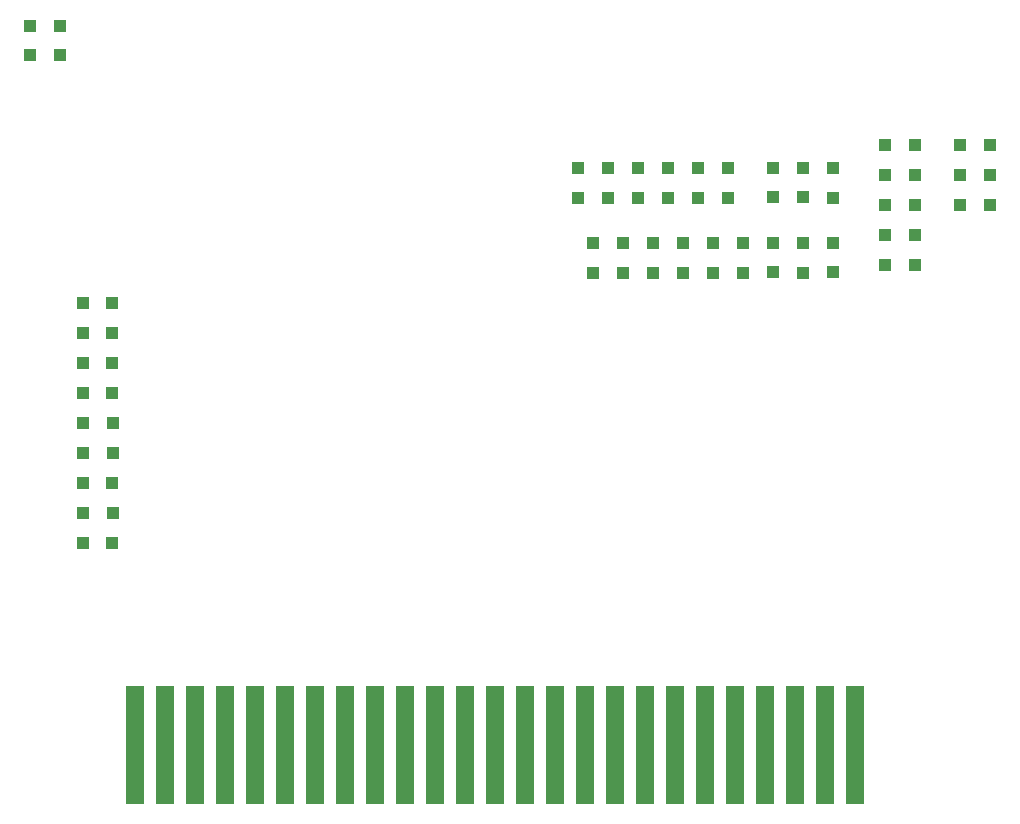
<source format=gtp>
G04 #@! TF.GenerationSoftware,KiCad,Pcbnew,(5.1.12)-1*
G04 #@! TF.CreationDate,2024-12-06T21:58:48+00:00*
G04 #@! TF.ProjectId,CPCSound,43504353-6f75-46e6-942e-6b696361645f,rev?*
G04 #@! TF.SameCoordinates,Original*
G04 #@! TF.FileFunction,Paste,Top*
G04 #@! TF.FilePolarity,Positive*
%FSLAX46Y46*%
G04 Gerber Fmt 4.6, Leading zero omitted, Abs format (unit mm)*
G04 Created by KiCad (PCBNEW (5.1.12)-1) date 2024-12-06 21:58:48*
%MOMM*%
%LPD*%
G01*
G04 APERTURE LIST*
%ADD10R,1.000000X1.000000*%
%ADD11R,1.600000X10.000000*%
G04 APERTURE END LIST*
D10*
X236220000Y-115570000D03*
X238720000Y-115570000D03*
X242590000Y-115570000D03*
X245090000Y-115570000D03*
X236240000Y-118110000D03*
X238740000Y-118110000D03*
X242590000Y-118110000D03*
X245090000Y-118110000D03*
X236240000Y-120650000D03*
X238740000Y-120650000D03*
X242570000Y-120650000D03*
X245070000Y-120650000D03*
X236240000Y-123190000D03*
X238740000Y-123190000D03*
X236240000Y-125730000D03*
X238740000Y-125730000D03*
X166370000Y-105450000D03*
X166370000Y-107950000D03*
X163830000Y-105450000D03*
X163830000Y-107950000D03*
X170775000Y-128905000D03*
X168275000Y-128905000D03*
X170775000Y-131445000D03*
X168275000Y-131445000D03*
X170775000Y-133985000D03*
X168275000Y-133985000D03*
X170775000Y-136525000D03*
X168275000Y-136525000D03*
X170815000Y-139065000D03*
X168315000Y-139065000D03*
X170815000Y-141605000D03*
X168315000Y-141605000D03*
X170775000Y-144145000D03*
X168275000Y-144145000D03*
X170815000Y-146685000D03*
X168315000Y-146685000D03*
X170795000Y-149225000D03*
X168295000Y-149225000D03*
X211455000Y-126365000D03*
X211455000Y-123865000D03*
X213995000Y-126345000D03*
X213995000Y-123845000D03*
X216535000Y-126365000D03*
X216535000Y-123865000D03*
X219075000Y-126365000D03*
X219075000Y-123865000D03*
X221615000Y-126365000D03*
X221615000Y-123865000D03*
X224155000Y-126365000D03*
X224155000Y-123865000D03*
X229235000Y-126365000D03*
X229235000Y-123865000D03*
X231775000Y-126325000D03*
X231775000Y-123825000D03*
X231775000Y-119995000D03*
X231775000Y-117495000D03*
X229235000Y-119975000D03*
X229235000Y-117475000D03*
X226695000Y-119975000D03*
X226695000Y-117475000D03*
X226695000Y-126325000D03*
X226695000Y-123825000D03*
X222885000Y-120015000D03*
X222885000Y-117515000D03*
X220345000Y-120015000D03*
X220345000Y-117515000D03*
X217805000Y-120015000D03*
X217805000Y-117515000D03*
X215265000Y-120015000D03*
X215265000Y-117515000D03*
X212725000Y-120015000D03*
X212725000Y-117515000D03*
X210185000Y-120015000D03*
X210185000Y-117515000D03*
D11*
X233680000Y-166370000D03*
X231140000Y-166370000D03*
X228600000Y-166370000D03*
X226060000Y-166370000D03*
X223520000Y-166370000D03*
X220980000Y-166370000D03*
X218440000Y-166370000D03*
X215900000Y-166370000D03*
X213360000Y-166370000D03*
X210820000Y-166370000D03*
X208280000Y-166370000D03*
X205740000Y-166370000D03*
X203200000Y-166370000D03*
X200660000Y-166370000D03*
X198120000Y-166370000D03*
X195580000Y-166370000D03*
X193040000Y-166370000D03*
X190500000Y-166370000D03*
X187960000Y-166370000D03*
X185420000Y-166370000D03*
X182880000Y-166370000D03*
X180340000Y-166370000D03*
X177800000Y-166370000D03*
X175260000Y-166370000D03*
X172720000Y-166370000D03*
M02*

</source>
